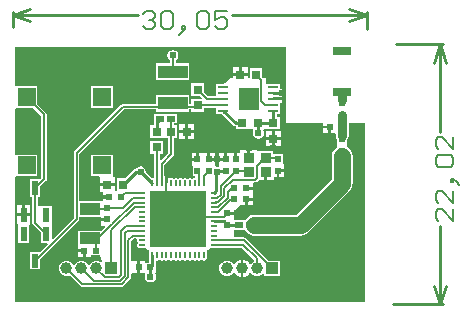
<source format=gtl>
%FSTAX23Y23*%
%MOIN*%
%SFA1B1*%

%IPPOS*%
%ADD13C,0.005905*%
%ADD17R,0.023622X0.019685*%
%ADD18R,0.019685X0.023622*%
%ADD19R,0.025591X0.019685*%
%ADD20R,0.102362X0.043307*%
%ADD21R,0.062992X0.031496*%
%ADD22R,0.023622X0.045275*%
%ADD23R,0.031496X0.029527*%
%ADD24R,0.029527X0.031496*%
%ADD25R,0.035039X0.008661*%
%ADD26R,0.066142X0.074016*%
%ADD27R,0.070866X0.039370*%
%ADD28O,0.025591X0.007874*%
%ADD29O,0.007874X0.025591*%
%ADD30R,0.185039X0.185039*%
%ADD31R,0.037401X0.033465*%
%ADD50C,0.009843*%
%ADD51C,0.009055*%
%ADD52C,0.057874*%
%ADD53C,0.029921*%
%ADD54C,0.007874*%
%ADD55C,0.039370*%
%ADD56R,0.039370X0.039370*%
%ADD57R,0.059055X0.059055*%
%ADD58C,0.024016*%
%ADD59C,0.024016*%
%ADD60C,0.025984*%
%LNfinal_1_board-1*%
%LPD*%
G36*
X00359Y00321D02*
X00483D01*
Y00312*
X00505*
Y00307*
X0051*
Y00288*
X00522*
X00526Y00284*
Y00277*
X00527Y0027*
X00531Y00263*
Y00251*
Y0025*
Y00246*
Y00245*
Y00242*
X0053Y00241*
X00523Y00235*
X00517Y00228*
X00514Y0022*
X00512Y00211*
X00512Y00132*
X00394Y00015*
X00253*
X00244Y00013*
X00236Y0001*
X00229Y00004*
X00223Y-00002*
X00222Y-00004*
X00188*
X00185Y-00001*
Y0*
Y00014*
X00164*
Y00024*
X00185*
Y00031*
X00192*
X00208Y00048*
X00222*
Y00068*
X00227*
Y00072*
X00249*
Y00083*
Y00098*
X00227*
Y00107*
X00249*
Y00122*
X00254Y00123*
X00257*
X00261Y00124*
X00264Y00125*
X00269Y00131*
X00287*
Y00158*
X00297*
Y00131*
X00321*
Y00139*
X00329*
Y00161*
X00333*
Y00166*
X00353*
Y00183*
X0035*
Y00218*
X00318*
X00317Y00223*
Y00226*
X00267*
X00264Y00229*
Y0023*
X0024*
Y00203*
X0023*
Y0023*
X00206*
Y00222*
X00198*
Y002*
X00188*
Y00222*
X00164*
Y002*
X00159*
Y00195*
X00138*
Y00179*
X00135Y00175*
X00131Y00176*
X00126Y00175*
X00122Y00179*
Y00195*
X00103*
Y002*
X00098*
Y00222*
X00084*
X0007*
Y002*
X00064*
Y00195*
X00045*
Y00178*
X00049*
Y00143*
X00056*
Y00142*
Y00142*
X00052Y00137*
X00051Y00137*
X00047Y00135*
X00043Y00137*
X00039Y00138*
X00035Y00137*
X00032Y00135*
X0003*
X00027Y00137*
X00023Y00138*
X00019Y00137*
X00015Y00135*
X00011Y00137*
X00007Y00138*
X00003Y00137*
X0Y00135*
X0*
X-00003Y00137*
X-00007Y00138*
X-00011Y00137*
X-00015Y00135*
X-00019Y00137*
X-00023Y00138*
X-00027Y00137*
X-00029Y00137*
Y00138*
X-00033Y0014*
X-00034Y00141*
Y00119*
X-00044*
Y00144*
X-00046Y00146*
Y00181*
X-00017Y0021*
X-00015Y00213*
X-00014Y00216*
Y0027*
X-00002*
Y00313*
X-00014*
Y00319*
X-00004*
Y0035*
X-00079*
Y0033*
X-0008Y00328*
X-00081Y00324*
Y00313*
X-00092*
Y00271*
X-00049*
X-00044*
Y0027*
X-00033*
Y0022*
X-00056Y00197*
X-00061Y00199*
Y00218*
X-00049*
Y0026*
X-00092*
Y00218*
X-0008*
Y00141*
X-00085Y00137*
X-00086Y00138*
X-00089Y00137*
X-00107Y00156*
X-00107Y00158*
X-00109Y00165*
X-00112Y00171*
X-00118Y00175*
X-00125Y00176*
X-00133Y00175*
X-00138Y00171*
X-0014Y00169*
X-00144Y00168*
X-00148Y00166*
X-00177Y00136*
X-00204*
Y00098*
X-00208Y00095*
X-00209Y00095*
X-00211Y00097*
Y00109*
X-00236*
X-00261*
Y00089*
X-00251*
Y00079*
X-00229*
Y00068*
X-00251*
Y00064*
X-00252Y00059*
X-00329*
Y00218*
X-00181Y00366*
X-00075*
Y00358*
X00038*
Y00366*
X00044*
Y00358*
X00087*
Y00372*
X00128*
Y00351*
X00147*
X00184Y00314*
X00187Y00312*
X00192Y00311*
X00193Y00306*
Y003*
X00235*
Y00301*
X00246*
Y003*
X00249*
X00251Y00295*
X00251Y00294*
X00249Y00287*
X00251Y00279*
X00255Y00274*
X00261Y0027*
X00268Y00268*
X00275Y0027*
X00281Y00274*
X00285Y00279*
X00286Y00287*
X00285Y00294*
X00284Y00295*
X00286Y003*
X00288*
Y00301*
X00297*
Y003*
X0034*
Y00342*
X00329*
Y00351*
X00341*
Y00387*
X00345*
Y00396*
X00317*
Y00406*
X00345*
Y00415*
X00317*
Y00425*
X00345*
Y00435*
X00341*
Y0045*
X00294*
Y0047*
X00284*
Y00471*
X00281Y00474*
Y00503*
X00239*
Y0047*
X00232*
Y00477*
X00207*
X00182*
Y0047*
X00174*
X00155Y00453*
X00151Y0045*
X00128*
Y0041*
X00101*
X00087Y00423*
Y00453*
X00044*
Y00411*
X00073*
X0008Y00404*
X00078Y004*
X00044*
Y00385*
X00038*
Y00413*
X-00075*
Y00385*
X-00185*
X-00188Y00384*
X-00191Y00382*
X-00344Y00229*
X-00346Y00225*
X-00347Y00222*
Y00003*
X-00417Y-00065*
X-00421Y-00063*
Y-0005*
X-0042Y-00049*
Y-00035*
X-00421Y-00034*
Y-00021*
Y00044*
X-00467*
Y00075*
X-00459*
Y00109*
X-0044Y00127*
X-00438Y00131*
X-00437Y00134*
Y00349*
X-00438Y00352*
X-0044Y00355*
X-0047Y00385*
Y00443*
X-00539*
X-00541*
X-00544Y00447*
Y00574*
X00359*
Y00321*
G37*
G36*
X-00456Y00345D02*
Y00138D01*
X-00461Y00133*
X-00494*
Y00075*
X-00486*
Y-00012*
X-00485Y-00015*
X-00483Y-00018*
X-00457Y-00044*
Y-00078*
X-00436*
X-00434Y-00083*
X-00461Y-00109*
X-00494*
Y-00166*
X-00459*
Y-00133*
X-00331Y-00006*
X-00329Y-00003*
X-00329Y0*
Y00008*
X-00257*
Y00003*
X-00238*
Y-00006*
X-00257*
Y-00023*
X-00244*
X-00242Y-00027*
X-00253Y-00038*
X-00335*
Y-00086*
Y-00101*
X-00313*
Y-00105*
X-00308*
Y-00125*
X-00291*
Y-00121*
X-00259*
X-00254Y-00139*
X-00258Y-00142*
X-00259*
X-00265Y-0014*
X-00272Y-00138*
X-00278Y-0014*
X-00285Y-00142*
X-0029Y-00146*
X-00294Y-00151*
X-00296Y-00152*
X-00297*
X-00299Y-00151*
X-00303Y-00146*
X-00309Y-00142*
X-00315Y-0014*
X-00322Y-00138*
X-00328Y-0014*
X-00335Y-00142*
X-0034Y-00146*
X-00344Y-00151*
X-00346Y-00152*
X-00347*
X-00349Y-00151*
X-00353Y-00146*
X-00359Y-00142*
X-00365Y-0014*
X-00372Y-00138*
X-00378Y-0014*
X-00385Y-00142*
X-0039Y-00146*
X-00394Y-00151*
X-00396Y-00158*
X-00398Y-00164*
X-00396Y-00171*
X-00394Y-00177*
X-0039Y-00183*
X-00385Y-00187*
X-00378Y-0019*
X-00372Y-0019*
X-00365Y-0019*
X-00361Y-00188*
X-00325Y-00224*
X-00322Y-00225*
X-00319Y-00226*
X-00188*
X-00185Y-00225*
X-00182Y-00224*
X-00159Y-00201*
X-00157Y-00198*
X-00156Y-00194*
Y-00184*
X-00153Y-0018*
X-00136*
Y-00161*
Y-00141*
X-00153*
X-00156Y-00137*
Y-00073*
X-00147Y-00064*
X-0014*
X-00137Y-00069*
X-00138Y-0007*
X-00137Y-00074*
X-00135Y-00078*
X-00137Y-00082*
X-00138Y-00086*
X-00137Y-0009*
X-00135Y-00093*
X-00131Y-00096*
X-00127Y-00096*
X-0011*
X-00107Y-00096*
X-00103Y-00098*
X-00102Y-00099*
Y-00102*
X-00099*
X-00098Y-00103*
X-00096Y-00107*
X-00096Y-0011*
Y-00114*
Y-00114*
X-00097Y-00119*
Y-00145*
X-00109*
Y-00141*
X-00126*
Y-00161*
Y-0018*
X-00111*
X-00109Y-00185*
X-00109Y-00185*
X-0011Y-00192*
X-00109Y-002*
X-00105Y-00205*
X-00099Y-00209*
X-00092Y-00211*
X-00085Y-00209*
X-00079Y-00205*
X-00075Y-002*
X-00074Y-00192*
X-00075Y-00185*
X-00077Y-00181*
X-00075Y-00176*
X-00074*
Y-00145*
X-00073Y-0014*
X-0007Y-00138*
X-00066Y-00137*
X-00063Y-00135*
X-00062*
X-00059Y-00137*
X-00055Y-00138*
X-00051Y-00137*
X-00047Y-00135*
X-00043Y-00137*
X-00039Y-00138*
X-00035Y-00137*
X-00031Y-00135*
X-00027Y-00137*
X-00023Y-00138*
X-00019Y-00137*
X-00016Y-00135*
X-00014*
X-00011Y-00137*
X-00007Y-00138*
X-00003Y-00137*
X0Y-00135*
X00003Y-00137*
X00007Y-00138*
X00011Y-00137*
X00014Y-00135*
X00016*
X00019Y-00137*
X00023Y-00138*
X00027Y-00137*
X00031Y-00135*
X00035Y-00137*
X00039Y-00138*
X00043Y-00137*
X00047Y-00135*
X00051Y-00137*
X00055Y-00138*
X00059Y-00137*
X00062Y-00135*
X00063*
X00066Y-00137*
X0007Y-00138*
X00074Y-00137*
X00078Y-00135*
X00082Y-00137*
X00086Y-00138*
X0009Y-00137*
X00093Y-00135*
X00096Y-00131*
X00096Y-00127*
Y-0011*
X00096Y-00107*
X00098Y-00103*
X00099Y-00102*
X00102*
Y-00099*
X00103Y-00098*
X00107Y-00096*
X0011Y-00096*
X00127*
X00131Y-00096*
X00132Y-00095*
X00214*
X00254Y-00135*
Y-0014*
X00251Y-00142*
X00245Y-00146*
X00244Y-00148*
X00243Y-00148*
X00238Y-00148*
X00235Y-00143*
X00229Y-00138*
X00221Y-00136*
X00218Y-00135*
Y-00164*
Y-00194*
X00221*
X00229Y-0019*
X00235Y-00186*
X00238Y-00181*
X00243Y-00181*
X00244Y-00181*
X00245Y-00183*
X00251Y-00187*
X00257Y-0019*
X00264Y-0019*
X0027Y-0019*
X00276Y-00187*
X00282Y-00183*
X00283Y-00181*
X00288Y-00183*
Y-0019*
X00339*
Y-00139*
X00301*
X00226Y-00064*
X00223Y-00062*
X00219Y-00061*
X00186*
X00185Y-00061*
Y-00035*
X00222*
X00223Y-00037*
X00229Y-00044*
X00236Y-0005*
X00244Y-00053*
X00253Y-00055*
X00407*
X00416Y-00053*
X00417Y-00053*
X00426Y-0005*
X00433Y-00044*
X00571Y00092*
X00577Y00099*
X0058Y00107*
X00581Y0011*
X00581Y0011*
X00582Y00119*
X00583Y00211*
X00581Y0022*
X00578Y00228*
X00572Y00235*
X00565Y00241*
X00563Y00242*
Y0025*
Y00251*
Y00263*
X00567Y00269*
X00569Y00277*
Y00321*
X00622*
Y-00275*
X-00544*
Y0014*
X-00541Y00144*
X-00539*
X-0047*
Y00215*
X-00539*
X-00541*
X-00544Y00218*
Y00368*
X-00541Y00372*
X-00539*
X-00483*
X-00456Y00345*
G37*
%LNfinal_1_board-2*%
%LPC*%
G36*
X00232Y00507D02*
X00212D01*
Y00487*
X00232*
Y00507*
G37*
G36*
X00202D02*
X00182D01*
Y00487*
X00202*
Y00507*
G37*
G36*
X-00018Y00564D02*
X-00025Y00562D01*
X-00031Y00559*
X-00035Y00553*
X-00036Y00546*
X-00035Y00538*
X-00031Y00533*
X-00027Y0053*
Y0052*
X-00075*
Y00464*
X00038*
Y0052*
X-00008*
Y0053*
X-00005Y00533*
X-00001Y00538*
X0Y00546*
X-00001Y00553*
X-00005Y00559*
X-00011Y00562*
X-00018Y00564*
G37*
G36*
X-00218Y00443D02*
X-00289D01*
Y00372*
X-00218*
Y00443*
G37*
G36*
X00054Y00317D02*
X00034D01*
Y00296*
X00054*
Y00317*
G37*
G36*
X00024D02*
X00004D01*
Y00296*
X00024*
Y00317*
G37*
G36*
X005Y00303D02*
X00483D01*
Y00288*
X005*
Y00303*
G37*
G36*
X00344Y00293D02*
X00324D01*
Y00273*
X00344*
Y00293*
G37*
G36*
X00313D02*
X00293D01*
Y00273*
X00313*
Y00293*
G37*
G36*
X00054Y00287D02*
X00034D01*
Y00266*
X00054*
Y00287*
G37*
G36*
X00024D02*
X00004D01*
Y00266*
X00024*
Y00287*
G37*
G36*
X00344Y00263D02*
X00324D01*
Y00243*
X00344*
Y00263*
G37*
G36*
X00313D02*
X00293D01*
Y00243*
X00313*
Y00263*
G37*
G36*
X00122Y00222D02*
X00107D01*
Y00205*
X00122*
Y00222*
G37*
G36*
X00153D02*
X00138D01*
Y00205*
X00153*
Y00222*
G37*
G36*
X00059D02*
X00045D01*
Y00205*
X00059*
Y00222*
G37*
G36*
X00353Y00156D02*
X00338D01*
Y00139*
X00353*
Y00156*
G37*
G36*
X-00218Y00215D02*
X-00289D01*
Y00144*
X-00264*
X-00261Y0014*
Y00138*
Y0012*
X-00236*
X-00211*
Y0014*
X-00214*
X-00218Y00144*
Y00145*
Y00215*
G37*
G36*
X00249Y00062D02*
X00232D01*
Y00048*
X00249*
Y00062*
G37*
G36*
X-00492Y00048D02*
X-00509D01*
Y0002*
X-00492*
Y00048*
G37*
G36*
X-00519D02*
X-00536D01*
Y0002*
X-00519*
Y00048*
G37*
G36*
X-00492Y00011D02*
X-00514D01*
X-00536*
Y-00016*
X-00533*
X-00532Y-00021*
Y-00021*
Y-00078*
X-00496*
Y-00021*
Y-00021*
X-00494Y-00016*
X-00492*
Y00011*
G37*
G36*
X-00318Y-00111D02*
X-00335D01*
Y-00125*
X-00318*
Y-00111*
G37*
G36*
X00209Y-00135D02*
X00206Y-00136D01*
X00199Y-00138*
X00192Y-00143*
X00189Y-00148*
X00184Y-00148*
X00183Y-00148*
X00182Y-00146*
X00176Y-00142*
X0017Y-0014*
X00164Y-00138*
X00157Y-0014*
X00151Y-00142*
X00145Y-00146*
X00141Y-00151*
X00138Y-00158*
X00138Y-00164*
X00138Y-00171*
X00141Y-00177*
X00145Y-00183*
X00151Y-00187*
X00157Y-0019*
X00164Y-0019*
X0017Y-0019*
X00176Y-00187*
X00182Y-00183*
X00183Y-00181*
X00184Y-00181*
X00189Y-00181*
X00192Y-00186*
X00199Y-0019*
X00206Y-00194*
X00209*
Y-00164*
Y-00135*
G37*
%LNfinal_1_board-3*%
%LPD*%
G54D13*
X-00185Y00375D02*
X00062D01*
X-00338Y00222D02*
X-00185Y00375D01*
X-00338Y0D02*
Y00222D01*
X-00018Y00492D02*
X-00018Y00493D01*
Y00546*
X-00294Y00034D02*
X-00241D01*
X-00222Y-00037D02*
X-00145Y00039D01*
X-00222Y-00164D02*
Y-00037D01*
X00062Y00375D02*
X00066Y00379D01*
X-00477Y-00138D02*
X-00338Y0D01*
X00066Y00379D02*
X00068Y00381D01*
X00151*
X00097Y00401D02*
X00151D01*
X00066Y00432D02*
X00097Y00401D01*
X-00505Y00407D02*
X-00446Y00349D01*
Y00134D02*
Y00349D01*
X00007Y00007D02*
X00119D01*
X0Y0D02*
X00007Y00007D01*
X-00319Y-00217D02*
X-00188D01*
X-00372Y-00164D02*
X-00319Y-00217D01*
X-00188D02*
X-00166Y-00194D01*
Y-0007*
X-00151Y-00055*
X-00119*
X-00175Y-00023D02*
X-00119D01*
X-0019Y-00038D02*
X-00175Y-00023D01*
X-0019Y-00185D02*
Y-00038D01*
X-00322Y-00164D02*
X-00281Y-00205D01*
X-00193*
X-00177Y-0019*
Y-00047*
X-0017Y-00039*
X-00119*
X-00272Y-00166D02*
Y-00164D01*
Y-00166D02*
X-00245Y-00193D01*
X-00198*
X-0019Y-00185*
X-00145Y00039D02*
X-00119D01*
X-00148Y00055D02*
X-00119D01*
X-00219Y-00016D02*
X-00148Y00055D01*
X-00219Y-00017D02*
Y-00016D01*
X-00023Y00023D02*
X0Y0D01*
X-00039Y00039D02*
X-00023Y00023D01*
X-00039Y00039D02*
Y00119D01*
X00153Y00007D02*
X00164Y00019D01*
X00119Y00007D02*
X00153D01*
X-00294Y-00064D02*
X-00266D01*
X-00219Y-00017*
X-00151Y0007D02*
X-00119D01*
X-00185Y00037D02*
X-00151Y0007D01*
X-00238Y00037D02*
X-00185D01*
X00177Y00067D02*
Y00068D01*
X00188*
X00134Y00023D02*
X00177Y00067D01*
X00119Y00023D02*
X00134D01*
X00179Y00103D02*
X00188D01*
X00166Y0009D02*
X00179Y00103D01*
X00166Y00072D02*
Y0009D01*
X00133Y00039D02*
X00166Y00072D01*
X00119Y00039D02*
X00133D01*
X00134Y00057D02*
X00153Y00077D01*
Y00104D02*
X00182Y00132D01*
X00153Y00077D02*
Y00104D01*
X00142Y00109D02*
X00194Y00161D01*
X00142Y00082D02*
Y00109D01*
X0013Y0007D02*
X00142Y00082D01*
X00182Y00132D02*
X00257D01*
X00122Y00057D02*
X00134D01*
X00119Y0007D02*
X0013D01*
X00287Y00203D02*
X00292D01*
X00262Y00178D02*
X00287Y00203D01*
X00262Y00137D02*
Y00178D01*
X00257Y00132D02*
X00262Y00137D01*
X00119Y00055D02*
X00122Y00057D01*
X00232Y00161D02*
X00235Y00158D01*
X00194Y00161D02*
X00232D01*
X-00477Y-00012D02*
Y00104D01*
Y-00012D02*
X-00439Y-00049D01*
X00086Y00119D02*
Y00144D01*
X00103Y00161*
X0007Y00119D02*
Y00155D01*
X00064Y00161D02*
X0007Y00155D01*
X-00024Y00291D02*
X-00023Y00292D01*
X-00024Y00216D02*
Y00291D01*
X-00055Y00185D02*
X-00024Y00216D01*
X-00055Y00119D02*
Y00185D01*
X-0007Y00119D02*
D01*
Y00239D01*
X-00023Y00292D02*
X-00023D01*
Y00335*
X00317Y00381D02*
X00317Y00381D01*
X0029Y00381D02*
X00317D01*
X00277Y00394D02*
X0029Y00381D01*
X00277Y00394D02*
Y00464D01*
X0026Y00481D02*
X00277Y00464D01*
X00331Y00203D02*
X00333Y002D01*
X00292Y00203D02*
X00331D01*
X00264Y-00164D02*
Y-00131D01*
X00218Y-00086D02*
X00264Y-00131D01*
X00119Y-00086D02*
X00218D01*
X00219Y-0007D02*
X00314Y-00164D01*
X00119Y-0007D02*
X00219D01*
X-00241Y00034D02*
X-00238Y00037D01*
X-00294Y-00064D02*
X-00274Y-00083D01*
Y-00105D02*
Y-00083D01*
X-00477Y00104D02*
X-00446Y00134D01*
X00918Y00033D02*
Y-00006D01*
X00879Y00033*
X00868*
X00859Y00023*
Y00003*
X00868Y-00006*
X00918Y00093D02*
Y00053D01*
X00879Y00093*
X00868*
X00859Y00083*
Y00063*
X00868Y00053*
X00929Y00123D02*
X00918Y00133D01*
X00909*
Y00123*
X00918*
Y00133*
X00929Y00123*
X00938Y00113*
X00868Y00173D02*
X00859Y00183D01*
Y00203*
X00868Y00213*
X00909*
X00918Y00203*
Y00183*
X00909Y00173*
X00868*
X00918Y00273D02*
Y00233D01*
X00879Y00273*
X00868*
X00859Y00263*
Y00243*
X00868Y00233*
X-00116Y00683D02*
X-00106Y00694D01*
X-00086*
X-00076Y00683*
Y00674*
X-00086Y00664*
X-00096*
X-00086*
X-00076Y00653*
Y00644*
X-00086Y00633*
X-00106*
X-00116Y00644*
X-00056Y00683D02*
X-00046Y00694D01*
X-00026*
X-00016Y00683*
Y00644*
X-00026Y00633*
X-00046*
X-00056Y00644*
Y00683*
X00013Y00624D02*
X00023Y00633D01*
Y00644*
X00013*
Y00633*
X00023*
X00013Y00624*
X00003Y00614*
X00063Y00683D02*
X00073Y00694D01*
X00093*
X00103Y00683*
Y00644*
X00093Y00633*
X00073*
X00063Y00644*
Y00683*
X00163Y00694D02*
X00123D01*
Y00664*
X00143Y00674*
X00153*
X00163Y00664*
Y00644*
X00153Y00633*
X00133*
X00123Y00644*
G54D17*
X-00274Y-00105D03*
X-00313D03*
X00544Y00307D03*
X00505D03*
X00188Y00068D03*
X00227D03*
Y00103D03*
X00188D03*
X-00229Y00074D03*
X-0019D03*
X-00092Y-00161D03*
X-00131D03*
G54D18*
X00164Y00019D03*
Y-00019D03*
X00547Y00348D03*
Y00387D03*
Y00228D03*
Y00268D03*
X00159Y002D03*
Y00161D03*
X00194Y002D03*
Y00161D03*
X00103Y002D03*
Y00161D03*
X00064D03*
Y002D03*
X00333D03*
Y00161D03*
X-00238Y00037D03*
Y-00001D03*
G54D19*
X00239Y-0002D03*
X00202D03*
X-0006Y00335D03*
X-00023D03*
G54D20*
X-00018Y00386D03*
Y00492D03*
G54D21*
X00546Y00425D03*
Y00559D03*
G54D22*
X-00439Y-00049D03*
X-00514D03*
X-00477Y-00138D03*
X-00514Y00015D03*
X-00439D03*
X-00477Y00104D03*
G54D23*
X00066Y00379D03*
Y00432D03*
X00318Y00321D03*
Y00268D03*
X-0007Y00292D03*
Y00239D03*
G54D24*
X0026Y00481D03*
X00207D03*
X00267Y00322D03*
X00214D03*
X-00236Y00114D03*
X-00183D03*
X00029Y00292D03*
X-00023D03*
G54D25*
X00151Y0044D03*
Y0042D03*
Y00401D03*
Y00381D03*
Y00361D03*
X00317Y0044D03*
Y0042D03*
Y00401D03*
Y00381D03*
Y00361D03*
G54D26*
X00235Y00401D03*
G54D27*
X-00294Y00034D03*
Y-00064D03*
G54D28*
X-00119Y00086D03*
Y0007D03*
Y00055D03*
Y00039D03*
Y00023D03*
Y00007D03*
Y-00007D03*
Y-00023D03*
Y-00039D03*
Y-00055D03*
Y-0007D03*
Y-00086D03*
X00119D03*
Y-0007D03*
Y-00055D03*
Y-00039D03*
Y-00023D03*
Y-00007D03*
Y00007D03*
Y00023D03*
Y00039D03*
Y00055D03*
Y0007D03*
Y00086D03*
G54D29*
X-00086Y-00119D03*
X-0007D03*
X-00055D03*
X-00039D03*
X-00023D03*
X-00007D03*
X00007D03*
X00023D03*
X00039D03*
X00055D03*
X0007D03*
X00086D03*
Y00119D03*
X0007D03*
X00055D03*
X00039D03*
X00023D03*
X00007D03*
X-00007D03*
X-00023D03*
X-00039D03*
X-00055D03*
X-0007D03*
X-00086D03*
G54D30*
X0Y0D03*
G54D31*
X00235Y00158D03*
Y00203D03*
X00292D03*
Y00158D03*
G54D50*
X-00092Y-00192D02*
Y-00161D01*
X00267Y00322D02*
X00318D01*
X00317Y00322D02*
X00318Y00322D01*
X00317Y00322D02*
Y00361D01*
X00268Y00287D02*
Y00321D01*
X00267Y00322D02*
X00268Y00321D01*
X00134Y00161D02*
X00159D01*
X00131Y00157D02*
X00134Y00161D01*
X-00086Y-00155D02*
Y-00119D01*
X-00092Y-00161D02*
X-00086Y-00155D01*
X00119Y00086D02*
X00127Y00095D01*
Y00155*
X00131Y00157*
X-00125Y00158D02*
X-00086Y00119D01*
X-00125Y00158D02*
D01*
X-0014D02*
X-00125D01*
X-00183Y00114D02*
X-0014Y00158D01*
X00872Y00583D02*
X00892Y00522D01*
X00853D02*
X00872Y00583D01*
X00853Y-00224D02*
X00872Y-00283D01*
X00892Y-00224*
X00872Y00289D02*
Y00583D01*
Y-00283D02*
Y-00022D01*
X00727Y00583D02*
X00883D01*
X00716Y-00283D02*
X00883D01*
X-00551Y00679D02*
X-00492Y007D01*
X-00551Y00679D02*
X-00492Y00659D01*
X0057D02*
X00631Y00679D01*
X0057Y007D02*
X00631Y00679D01*
X-00551D02*
X-00132D01*
X00179D02*
X00631D01*
X-00551Y00642D02*
Y0069D01*
X00631Y00635D02*
Y0069D01*
G54D51*
X00192Y00322D02*
X00214D01*
X00151Y00361D02*
X00192Y00322D01*
X-0007Y00292D02*
Y00324D01*
X-0006Y00335*
X00119Y-00007D02*
X00153D01*
X00164Y-00019*
X00165Y-0002*
X00202*
G54D52*
X00547Y0012D02*
X00548Y00211D01*
X00409Y-00019D02*
X00546Y00116D01*
X00253Y-0002D02*
X00407D01*
G54D53*
X00547Y00307D02*
X00548Y00346D01*
X00547Y00277D02*
Y00307D01*
Y00397D02*
X00548Y00416D01*
G54D54*
X-00177Y00086D02*
X-00119D01*
X-0019Y00074D02*
X-00177Y00086D01*
G54D55*
X-00372Y-00164D03*
X-00322D03*
X-00272D03*
X00264D03*
X00214D03*
X00164D03*
G54D56*
X-00222Y-00164D03*
X00314D03*
G54D57*
X-00505Y00179D03*
Y00407D03*
X-00253Y00179D03*
Y00407D03*
G54D58*
X-00294Y00327D03*
X-00357Y00375D03*
X00209Y00521D03*
X00318Y00237D03*
X-00516Y00059D03*
X-00257Y00561D03*
X00091D03*
X-00392Y00555D03*
X-00279Y00231D03*
X-00305Y00081D03*
X-00311Y-00013D03*
X-00505Y00238D03*
X-00507Y00342D03*
X-00018Y00546D03*
X-00109Y00287D03*
X0052Y0002D03*
X00253Y-0007D03*
X00401Y-00068D03*
X00205Y00016D03*
X-00092Y-00192D03*
X-00188Y-00258D03*
X00176Y00555D03*
X00468Y00112D03*
X-00117Y00227D03*
X00503Y00242D03*
X00496Y00188D03*
X00588Y00244D03*
X00598Y00146D03*
X00496D03*
X00572Y00066D03*
X00438Y00081D03*
X00468Y-00033D03*
X00394Y0004D03*
X-00525Y00561D03*
X-00527Y00472D03*
X-00531Y0013D03*
Y-00169D03*
X-00527Y-00255D03*
X-00316Y-00262D03*
X-00027Y-00257D03*
X0015Y-00257D03*
X00333Y-00262D03*
X00485D03*
X00605Y-00261D03*
X00609Y-00157D03*
Y-00047D03*
X00596Y001D03*
X00598Y00188D03*
X00344Y00556D03*
X00344Y00475D03*
X00346Y00421D03*
X00594Y00306D03*
X00414Y00307D03*
X00464Y00306D03*
X00368Y00303D03*
X00268Y00287D03*
X-00117Y-00118D03*
X-00131Y-00192D03*
X00131Y00201D03*
X00194Y00231D03*
X00104D03*
X00065D03*
Y00291D03*
X-00018Y00191D03*
X-00271Y00116D03*
X-00345Y-00105D03*
X-00477Y-00044D03*
X00259Y0053D03*
X0017Y00479D03*
X00235Y00238D03*
X00159Y00231D03*
X00333Y00125D03*
X00292Y00122D03*
X00259Y00103D03*
Y00068D03*
X00342Y-0007D03*
X00348Y00029D03*
X0026Y00028D03*
X00201Y-00049D03*
X-00125Y00158D03*
G54D59*
X00131Y00157D03*
G54D60*
X-0007Y0007D03*
X-00023D03*
X00023D03*
X0007D03*
X-0007Y00023D03*
X-00023D03*
X00023D03*
X0007D03*
X-0007Y-00023D03*
X-00023D03*
X00023D03*
X0007D03*
X-0007Y-0007D03*
X-00023D03*
X00023D03*
X0007D03*
M02*
</source>
